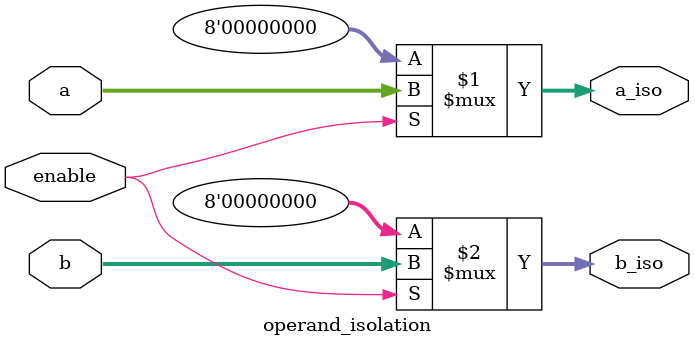
<source format=v>
module operand_isolation(
    input  wire enable,
    input  wire [7:0] a,
    input  wire [7:0] b,
    output wire [7:0] a_iso,
    output wire [7:0] b_iso
);

    assign a_iso = enable ? a : 8'b0;
    assign b_iso = enable ? b : 8'b0;

endmodule

</source>
